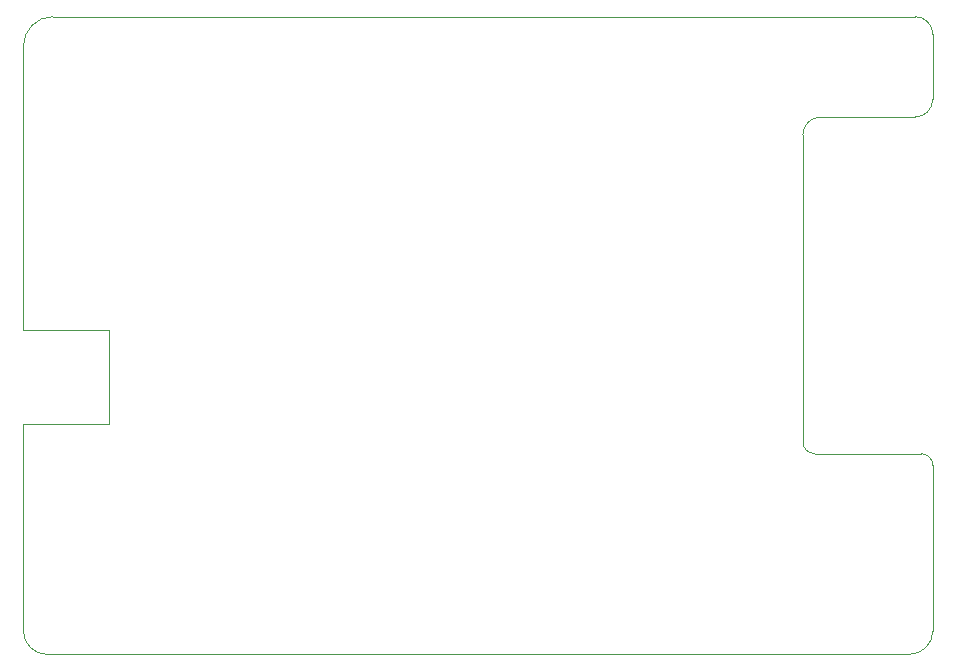
<source format=gbr>
%TF.GenerationSoftware,KiCad,Pcbnew,(6.0.10)*%
%TF.CreationDate,2023-02-15T00:38:02+01:00*%
%TF.ProjectId,Axe_lin_aire,4178655f-6c69-46ee-9961-6972652e6b69,rev?*%
%TF.SameCoordinates,Original*%
%TF.FileFunction,Profile,NP*%
%FSLAX46Y46*%
G04 Gerber Fmt 4.6, Leading zero omitted, Abs format (unit mm)*
G04 Created by KiCad (PCBNEW (6.0.10)) date 2023-02-15 00:38:02*
%MOMM*%
%LPD*%
G01*
G04 APERTURE LIST*
%TA.AperFunction,Profile*%
%ADD10C,0.100000*%
%TD*%
G04 APERTURE END LIST*
D10*
X101500000Y-57000000D02*
X174500000Y-57000000D01*
X176000000Y-58500000D02*
G75*
G03*
X174500000Y-57000000I-1500000J0D01*
G01*
X176000000Y-109000000D02*
X176000000Y-95000000D01*
X174500000Y-65500000D02*
G75*
G03*
X176000000Y-64000000I0J1500000D01*
G01*
X101000000Y-111000000D02*
X174000000Y-111000000D01*
X166500000Y-65500000D02*
X174500000Y-65500000D01*
X166500000Y-65500000D02*
G75*
G03*
X165000000Y-67000000I0J-1500000D01*
G01*
X174000000Y-111000000D02*
G75*
G03*
X176000000Y-109000000I0J2000000D01*
G01*
X176000000Y-58500000D02*
X176000000Y-64000000D01*
X175000000Y-94000000D02*
X166000000Y-94000000D01*
X99000000Y-109000000D02*
G75*
G03*
X101000000Y-111000000I2000000J0D01*
G01*
X99000000Y-83500000D02*
X106250000Y-83500000D01*
X165000000Y-93000000D02*
G75*
G03*
X166000000Y-94000000I1000000J0D01*
G01*
X165000000Y-93000000D02*
X165000000Y-67000000D01*
X99000000Y-59500000D02*
X99000000Y-83500000D01*
X106250000Y-83500000D02*
X106250000Y-91500000D01*
X99000000Y-91500000D02*
X99000000Y-109000000D01*
X101500000Y-57000000D02*
G75*
G03*
X99000000Y-59500000I0J-2500000D01*
G01*
X106250000Y-91500000D02*
X99000000Y-91500000D01*
X176000000Y-95000000D02*
G75*
G03*
X175000000Y-94000000I-1000000J0D01*
G01*
M02*

</source>
